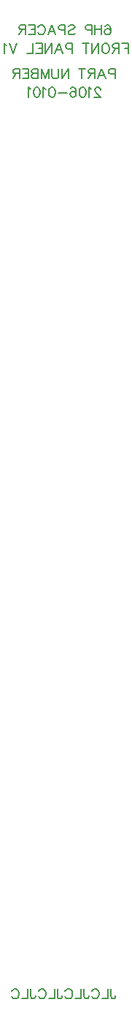
<source format=gbo>
G04 Layer: BottomSilkscreenLayer*
G04 EasyEDA v6.5.29, 2023-07-18 11:26:45*
G04 9daeeb10d62f4b77b565989ef25a112e,5a6b42c53f6a479593ecc07194224c93,10*
G04 Gerber Generator version 0.2*
G04 Scale: 100 percent, Rotated: No, Reflected: No *
G04 Dimensions in millimeters *
G04 leading zeros omitted , absolute positions ,4 integer and 5 decimal *
%FSLAX45Y45*%
%MOMM*%

%ADD10C,0.2032*%

%LPD*%
D10*
X2281300Y11843189D02*
G01*
X2281300Y11728645D01*
X2281300Y11843189D02*
G01*
X2210391Y11843189D01*
X2281300Y11788645D02*
G01*
X2237663Y11788645D01*
X2174392Y11843189D02*
G01*
X2174392Y11728645D01*
X2174392Y11843189D02*
G01*
X2125301Y11843189D01*
X2108936Y11837736D01*
X2103483Y11832282D01*
X2098029Y11821373D01*
X2098029Y11810464D01*
X2103483Y11799554D01*
X2108936Y11794098D01*
X2125301Y11788645D01*
X2174392Y11788645D01*
X2136211Y11788645D02*
G01*
X2098029Y11728645D01*
X2029302Y11843189D02*
G01*
X2040211Y11837736D01*
X2051118Y11826826D01*
X2056574Y11815917D01*
X2062027Y11799554D01*
X2062027Y11772282D01*
X2056574Y11755917D01*
X2051118Y11745008D01*
X2040211Y11734098D01*
X2029302Y11728645D01*
X2007483Y11728645D01*
X1996574Y11734098D01*
X1985665Y11745008D01*
X1980211Y11755917D01*
X1974756Y11772282D01*
X1974756Y11799554D01*
X1980211Y11815917D01*
X1985665Y11826826D01*
X1996574Y11837736D01*
X2007483Y11843189D01*
X2029302Y11843189D01*
X1938756Y11843189D02*
G01*
X1938756Y11728645D01*
X1938756Y11843189D02*
G01*
X1862391Y11728645D01*
X1862391Y11843189D02*
G01*
X1862391Y11728645D01*
X1788210Y11843189D02*
G01*
X1788210Y11728645D01*
X1826392Y11843189D02*
G01*
X1750029Y11843189D01*
X1630029Y11843189D02*
G01*
X1630029Y11728645D01*
X1630029Y11843189D02*
G01*
X1580939Y11843189D01*
X1564573Y11837736D01*
X1559120Y11832282D01*
X1553667Y11821373D01*
X1553667Y11805008D01*
X1559120Y11794098D01*
X1564573Y11788645D01*
X1580939Y11783189D01*
X1630029Y11783189D01*
X1474030Y11843189D02*
G01*
X1517665Y11728645D01*
X1474030Y11843189D02*
G01*
X1430393Y11728645D01*
X1501302Y11766826D02*
G01*
X1446756Y11766826D01*
X1394393Y11843189D02*
G01*
X1394393Y11728645D01*
X1394393Y11843189D02*
G01*
X1318031Y11728645D01*
X1318031Y11843189D02*
G01*
X1318031Y11728645D01*
X1282029Y11843189D02*
G01*
X1282029Y11728645D01*
X1282029Y11843189D02*
G01*
X1211120Y11843189D01*
X1282029Y11788645D02*
G01*
X1238394Y11788645D01*
X1282029Y11728645D02*
G01*
X1211120Y11728645D01*
X1175120Y11843189D02*
G01*
X1175120Y11728645D01*
X1175120Y11728645D02*
G01*
X1109667Y11728645D01*
X989667Y11843189D02*
G01*
X946030Y11728645D01*
X902393Y11843189D02*
G01*
X946030Y11728645D01*
X866393Y11821373D02*
G01*
X855484Y11826826D01*
X839122Y11843189D01*
X839122Y11728645D01*
X2128900Y11551089D02*
G01*
X2128900Y11436545D01*
X2128900Y11551089D02*
G01*
X2079810Y11551089D01*
X2063447Y11545636D01*
X2057991Y11540182D01*
X2052538Y11529273D01*
X2052538Y11512908D01*
X2057991Y11501998D01*
X2063447Y11496545D01*
X2079810Y11491089D01*
X2128900Y11491089D01*
X1972901Y11551089D02*
G01*
X2016536Y11436545D01*
X1972901Y11551089D02*
G01*
X1929264Y11436545D01*
X2000173Y11474726D02*
G01*
X1945629Y11474726D01*
X1893265Y11551089D02*
G01*
X1893265Y11436545D01*
X1893265Y11551089D02*
G01*
X1844174Y11551089D01*
X1827811Y11545636D01*
X1822356Y11540182D01*
X1816902Y11529273D01*
X1816902Y11518364D01*
X1822356Y11507454D01*
X1827811Y11501998D01*
X1844174Y11496545D01*
X1893265Y11496545D01*
X1855083Y11496545D02*
G01*
X1816902Y11436545D01*
X1742719Y11551089D02*
G01*
X1742719Y11436545D01*
X1780900Y11551089D02*
G01*
X1704538Y11551089D01*
X1584538Y11551089D02*
G01*
X1584538Y11436545D01*
X1584538Y11551089D02*
G01*
X1508175Y11436545D01*
X1508175Y11551089D02*
G01*
X1508175Y11436545D01*
X1472173Y11551089D02*
G01*
X1472173Y11469273D01*
X1466720Y11452908D01*
X1455811Y11441998D01*
X1439448Y11436545D01*
X1428539Y11436545D01*
X1412173Y11441998D01*
X1401267Y11452908D01*
X1395811Y11469273D01*
X1395811Y11551089D01*
X1359811Y11551089D02*
G01*
X1359811Y11436545D01*
X1359811Y11551089D02*
G01*
X1316174Y11436545D01*
X1272540Y11551089D02*
G01*
X1316174Y11436545D01*
X1272540Y11551089D02*
G01*
X1272540Y11436545D01*
X1236538Y11551089D02*
G01*
X1236538Y11436545D01*
X1236538Y11551089D02*
G01*
X1187447Y11551089D01*
X1171084Y11545636D01*
X1165631Y11540182D01*
X1160175Y11529273D01*
X1160175Y11518364D01*
X1165631Y11507454D01*
X1171084Y11501998D01*
X1187447Y11496545D01*
X1236538Y11496545D02*
G01*
X1187447Y11496545D01*
X1171084Y11491089D01*
X1165631Y11485636D01*
X1160175Y11474726D01*
X1160175Y11458364D01*
X1165631Y11447454D01*
X1171084Y11441998D01*
X1187447Y11436545D01*
X1236538Y11436545D01*
X1124176Y11551089D02*
G01*
X1124176Y11436545D01*
X1124176Y11551089D02*
G01*
X1053266Y11551089D01*
X1124176Y11496545D02*
G01*
X1080538Y11496545D01*
X1124176Y11436545D02*
G01*
X1053266Y11436545D01*
X1017267Y11551089D02*
G01*
X1017267Y11436545D01*
X1017267Y11551089D02*
G01*
X968176Y11551089D01*
X951811Y11545636D01*
X946358Y11540182D01*
X940902Y11529273D01*
X940902Y11518364D01*
X946358Y11507454D01*
X951811Y11501998D01*
X968176Y11496545D01*
X1017267Y11496545D01*
X979086Y11496545D02*
G01*
X940902Y11436545D01*
X1958347Y11307917D02*
G01*
X1958347Y11313373D01*
X1952891Y11324282D01*
X1947438Y11329736D01*
X1936529Y11335189D01*
X1914710Y11335189D01*
X1903801Y11329736D01*
X1898347Y11324282D01*
X1892891Y11313373D01*
X1892891Y11302464D01*
X1898347Y11291554D01*
X1909254Y11275189D01*
X1963800Y11220645D01*
X1887438Y11220645D01*
X1851436Y11313373D02*
G01*
X1840529Y11318826D01*
X1824164Y11335189D01*
X1824164Y11220645D01*
X1755437Y11335189D02*
G01*
X1771801Y11329736D01*
X1782711Y11313373D01*
X1788165Y11286099D01*
X1788165Y11269736D01*
X1782711Y11242464D01*
X1771801Y11226099D01*
X1755437Y11220645D01*
X1744527Y11220645D01*
X1728165Y11226099D01*
X1717255Y11242464D01*
X1711801Y11269736D01*
X1711801Y11286099D01*
X1717255Y11313373D01*
X1728165Y11329736D01*
X1744527Y11335189D01*
X1755437Y11335189D01*
X1610347Y11318826D02*
G01*
X1615800Y11329736D01*
X1632165Y11335189D01*
X1643075Y11335189D01*
X1659437Y11329736D01*
X1670347Y11313373D01*
X1675801Y11286099D01*
X1675801Y11258826D01*
X1670347Y11237008D01*
X1659437Y11226099D01*
X1643075Y11220645D01*
X1637619Y11220645D01*
X1621256Y11226099D01*
X1610347Y11237008D01*
X1604891Y11253373D01*
X1604891Y11258826D01*
X1610347Y11275189D01*
X1621256Y11286099D01*
X1637619Y11291554D01*
X1643075Y11291554D01*
X1659437Y11286099D01*
X1670347Y11275189D01*
X1675801Y11258826D01*
X1568891Y11269736D02*
G01*
X1470710Y11269736D01*
X1401983Y11335189D02*
G01*
X1418348Y11329736D01*
X1429255Y11313373D01*
X1434711Y11286099D01*
X1434711Y11269736D01*
X1429255Y11242464D01*
X1418348Y11226099D01*
X1401983Y11220645D01*
X1391074Y11220645D01*
X1374711Y11226099D01*
X1363802Y11242464D01*
X1358348Y11269736D01*
X1358348Y11286099D01*
X1363802Y11313373D01*
X1374711Y11329736D01*
X1391074Y11335189D01*
X1401983Y11335189D01*
X1322346Y11313373D02*
G01*
X1311437Y11318826D01*
X1295074Y11335189D01*
X1295074Y11220645D01*
X1226347Y11335189D02*
G01*
X1242712Y11329736D01*
X1253619Y11313373D01*
X1259075Y11286099D01*
X1259075Y11269736D01*
X1253619Y11242464D01*
X1242712Y11226099D01*
X1226347Y11220645D01*
X1215438Y11220645D01*
X1199075Y11226099D01*
X1188166Y11242464D01*
X1182712Y11269736D01*
X1182712Y11286099D01*
X1188166Y11313373D01*
X1199075Y11329736D01*
X1215438Y11335189D01*
X1226347Y11335189D01*
X1146710Y11313373D02*
G01*
X1135801Y11318826D01*
X1119438Y11335189D01*
X1119438Y11220645D01*
X2078990Y908557D02*
G01*
X2078990Y821181D01*
X2084577Y804926D01*
X2089911Y799337D01*
X2100834Y794004D01*
X2111756Y794004D01*
X2122677Y799337D01*
X2128265Y804926D01*
X2133600Y821181D01*
X2133600Y832104D01*
X2043175Y908557D02*
G01*
X2043175Y794004D01*
X2043175Y794004D02*
G01*
X1977643Y794004D01*
X1859788Y881126D02*
G01*
X1865122Y892047D01*
X1876043Y902970D01*
X1886965Y908557D01*
X1908809Y908557D01*
X1919731Y902970D01*
X1930654Y892047D01*
X1936241Y881126D01*
X1941575Y864870D01*
X1941575Y837692D01*
X1936241Y821181D01*
X1930654Y810260D01*
X1919731Y799337D01*
X1908809Y794004D01*
X1886965Y794004D01*
X1876043Y799337D01*
X1865122Y810260D01*
X1859788Y821181D01*
X1769363Y908557D02*
G01*
X1769363Y821181D01*
X1774697Y804926D01*
X1780031Y799337D01*
X1790954Y794004D01*
X1801875Y794004D01*
X1812797Y799337D01*
X1818386Y804926D01*
X1823720Y821181D01*
X1823720Y832104D01*
X1733295Y908557D02*
G01*
X1733295Y794004D01*
X1733295Y794004D02*
G01*
X1667763Y794004D01*
X1549908Y881126D02*
G01*
X1555495Y892047D01*
X1566418Y902970D01*
X1577340Y908557D01*
X1598929Y908557D01*
X1609852Y902970D01*
X1620774Y892047D01*
X1626361Y881126D01*
X1631695Y864870D01*
X1631695Y837692D01*
X1626361Y821181D01*
X1620774Y810260D01*
X1609852Y799337D01*
X1598929Y794004D01*
X1577340Y794004D01*
X1566418Y799337D01*
X1555495Y810260D01*
X1549908Y821181D01*
X1459484Y908557D02*
G01*
X1459484Y821181D01*
X1464818Y804926D01*
X1470406Y799337D01*
X1481327Y794004D01*
X1492250Y794004D01*
X1503172Y799337D01*
X1508506Y804926D01*
X1513840Y821181D01*
X1513840Y832104D01*
X1423415Y908557D02*
G01*
X1423415Y794004D01*
X1423415Y794004D02*
G01*
X1357884Y794004D01*
X1240027Y881126D02*
G01*
X1245615Y892047D01*
X1256538Y902970D01*
X1267459Y908557D01*
X1289304Y908557D01*
X1300225Y902970D01*
X1311147Y892047D01*
X1316481Y881126D01*
X1322070Y864870D01*
X1322070Y837692D01*
X1316481Y821181D01*
X1311147Y810260D01*
X1300225Y799337D01*
X1289304Y794004D01*
X1267459Y794004D01*
X1256538Y799337D01*
X1245615Y810260D01*
X1240027Y821181D01*
X1149604Y908557D02*
G01*
X1149604Y821181D01*
X1154938Y804926D01*
X1160525Y799337D01*
X1171447Y794004D01*
X1182370Y794004D01*
X1193291Y799337D01*
X1198625Y804926D01*
X1204213Y821181D01*
X1204213Y832104D01*
X1113536Y908557D02*
G01*
X1113536Y794004D01*
X1113536Y794004D02*
G01*
X1048258Y794004D01*
X930402Y881126D02*
G01*
X935736Y892047D01*
X946658Y902970D01*
X957579Y908557D01*
X979424Y908557D01*
X990345Y902970D01*
X1001268Y892047D01*
X1006602Y881126D01*
X1012190Y864870D01*
X1012190Y837692D01*
X1006602Y821181D01*
X1001268Y810260D01*
X990345Y799337D01*
X979424Y794004D01*
X957579Y794004D01*
X946658Y799337D01*
X935736Y810260D01*
X930402Y821181D01*
X2012647Y12042726D02*
G01*
X2018101Y12053636D01*
X2034463Y12059089D01*
X2045373Y12059089D01*
X2061738Y12053636D01*
X2072647Y12037273D01*
X2078100Y12009999D01*
X2078100Y11982726D01*
X2072647Y11960908D01*
X2061738Y11949999D01*
X2045373Y11944545D01*
X2039919Y11944545D01*
X2023554Y11949999D01*
X2012647Y11960908D01*
X2007191Y11977273D01*
X2007191Y11982726D01*
X2012647Y11999089D01*
X2023554Y12009999D01*
X2039919Y12015454D01*
X2045373Y12015454D01*
X2061738Y12009999D01*
X2072647Y11999089D01*
X2078100Y11982726D01*
X1971192Y12059089D02*
G01*
X1971192Y11944545D01*
X1894829Y12059089D02*
G01*
X1894829Y11944545D01*
X1971192Y12004545D02*
G01*
X1894829Y12004545D01*
X1858827Y12059089D02*
G01*
X1858827Y11944545D01*
X1858827Y12059089D02*
G01*
X1809737Y12059089D01*
X1793374Y12053636D01*
X1787918Y12048182D01*
X1782465Y12037273D01*
X1782465Y12020908D01*
X1787918Y12009999D01*
X1793374Y12004545D01*
X1809737Y11999089D01*
X1858827Y11999089D01*
X1586102Y12042726D02*
G01*
X1597012Y12053636D01*
X1613374Y12059089D01*
X1635193Y12059089D01*
X1651556Y12053636D01*
X1662465Y12042726D01*
X1662465Y12031817D01*
X1657012Y12020908D01*
X1651556Y12015454D01*
X1640646Y12009999D01*
X1607919Y11999089D01*
X1597012Y11993636D01*
X1591556Y11988182D01*
X1586102Y11977273D01*
X1586102Y11960908D01*
X1597012Y11949999D01*
X1613374Y11944545D01*
X1635193Y11944545D01*
X1651556Y11949999D01*
X1662465Y11960908D01*
X1550101Y12059089D02*
G01*
X1550101Y11944545D01*
X1550101Y12059089D02*
G01*
X1501010Y12059089D01*
X1484647Y12053636D01*
X1479191Y12048182D01*
X1473738Y12037273D01*
X1473738Y12020908D01*
X1479191Y12009999D01*
X1484647Y12004545D01*
X1501010Y11999089D01*
X1550101Y11999089D01*
X1394101Y12059089D02*
G01*
X1437739Y11944545D01*
X1394101Y12059089D02*
G01*
X1350467Y11944545D01*
X1421373Y11982726D02*
G01*
X1366829Y11982726D01*
X1232649Y12031817D02*
G01*
X1238102Y12042726D01*
X1249011Y12053636D01*
X1259921Y12059089D01*
X1281739Y12059089D01*
X1292649Y12053636D01*
X1303555Y12042726D01*
X1309011Y12031817D01*
X1314465Y12015454D01*
X1314465Y11988182D01*
X1309011Y11971817D01*
X1303555Y11960908D01*
X1292649Y11949999D01*
X1281739Y11944545D01*
X1259921Y11944545D01*
X1249011Y11949999D01*
X1238102Y11960908D01*
X1232649Y11971817D01*
X1196647Y12059089D02*
G01*
X1196647Y11944545D01*
X1196647Y12059089D02*
G01*
X1125738Y12059089D01*
X1196647Y12004545D02*
G01*
X1153012Y12004545D01*
X1196647Y11944545D02*
G01*
X1125738Y11944545D01*
X1089738Y12059089D02*
G01*
X1089738Y11944545D01*
X1089738Y12059089D02*
G01*
X1040648Y12059089D01*
X1024285Y12053636D01*
X1018829Y12048182D01*
X1013376Y12037273D01*
X1013376Y12026364D01*
X1018829Y12015454D01*
X1024285Y12009999D01*
X1040648Y12004545D01*
X1089738Y12004545D01*
X1051557Y12004545D02*
G01*
X1013376Y11944545D01*
M02*

</source>
